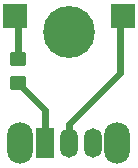
<source format=gbr>
%TF.GenerationSoftware,KiCad,Pcbnew,9.0.7*%
%TF.CreationDate,2026-02-11T18:54:04-08:00*%
%TF.ProjectId,gbsc-vgaswitch,67627363-2d76-4676-9173-77697463682e,rev?*%
%TF.SameCoordinates,Original*%
%TF.FileFunction,Copper,L1,Top*%
%TF.FilePolarity,Positive*%
%FSLAX46Y46*%
G04 Gerber Fmt 4.6, Leading zero omitted, Abs format (unit mm)*
G04 Created by KiCad (PCBNEW 9.0.7) date 2026-02-11 18:54:04*
%MOMM*%
%LPD*%
G01*
G04 APERTURE LIST*
G04 Aperture macros list*
%AMRoundRect*
0 Rectangle with rounded corners*
0 $1 Rounding radius*
0 $2 $3 $4 $5 $6 $7 $8 $9 X,Y pos of 4 corners*
0 Add a 4 corners polygon primitive as box body*
4,1,4,$2,$3,$4,$5,$6,$7,$8,$9,$2,$3,0*
0 Add four circle primitives for the rounded corners*
1,1,$1+$1,$2,$3*
1,1,$1+$1,$4,$5*
1,1,$1+$1,$6,$7*
1,1,$1+$1,$8,$9*
0 Add four rect primitives between the rounded corners*
20,1,$1+$1,$2,$3,$4,$5,0*
20,1,$1+$1,$4,$5,$6,$7,0*
20,1,$1+$1,$6,$7,$8,$9,0*
20,1,$1+$1,$8,$9,$2,$3,0*%
G04 Aperture macros list end*
%TA.AperFunction,ComponentPad*%
%ADD10O,2.200000X3.500000*%
%TD*%
%TA.AperFunction,ComponentPad*%
%ADD11R,1.500000X2.500000*%
%TD*%
%TA.AperFunction,ComponentPad*%
%ADD12O,1.500000X2.500000*%
%TD*%
%TA.AperFunction,SMDPad,CuDef*%
%ADD13R,2.000000X2.000000*%
%TD*%
%TA.AperFunction,SMDPad,CuDef*%
%ADD14RoundRect,0.250000X-0.450000X0.350000X-0.450000X-0.350000X0.450000X-0.350000X0.450000X0.350000X0*%
%TD*%
%TA.AperFunction,ComponentPad*%
%ADD15C,4.400000*%
%TD*%
%TA.AperFunction,Conductor*%
%ADD16C,0.600000*%
%TD*%
G04 APERTURE END LIST*
D10*
%TO.P,SW1,*%
%TO.N,*%
X133550000Y-101750000D03*
X141750000Y-101750000D03*
D11*
%TO.P,SW1,1,A*%
%TO.N,Net-(SW1-A)*%
X135650000Y-101750000D03*
D12*
%TO.P,SW1,2,B*%
%TO.N,Net-(J1-Pin_1)*%
X137650000Y-101750000D03*
%TO.P,SW1,3,C*%
%TO.N,unconnected-(SW1-C-Pad3)*%
X139650000Y-101750000D03*
%TD*%
D13*
%TO.P,J1,1,Pin_1*%
%TO.N,Net-(J1-Pin_1)*%
X142240000Y-90932000D03*
%TD*%
%TO.P,J2,1,Pin_1*%
%TO.N,Net-(J2-Pin_1)*%
X133096000Y-90932000D03*
%TD*%
D14*
%TO.P,R1,1*%
%TO.N,Net-(J2-Pin_1)*%
X133350000Y-94631000D03*
%TO.P,R1,2*%
%TO.N,Net-(SW1-A)*%
X133350000Y-96631000D03*
%TD*%
D15*
%TO.P,REF\u002A\u002A,1*%
%TO.N,N/C*%
X137650000Y-92300000D03*
%TD*%
D16*
%TO.N,Net-(J1-Pin_1)*%
X141986000Y-95758000D02*
X141986000Y-91186000D01*
X137650000Y-100094000D02*
X141986000Y-95758000D01*
X137668000Y-101600000D02*
X137650000Y-101582000D01*
X137650000Y-101582000D02*
X137650000Y-100094000D01*
%TO.N,Net-(J2-Pin_1)*%
X133350000Y-94631000D02*
X133350000Y-91186000D01*
%TO.N,Net-(SW1-A)*%
X135650000Y-98931000D02*
X133350000Y-96631000D01*
X135650000Y-101750000D02*
X135650000Y-98931000D01*
%TD*%
M02*

</source>
